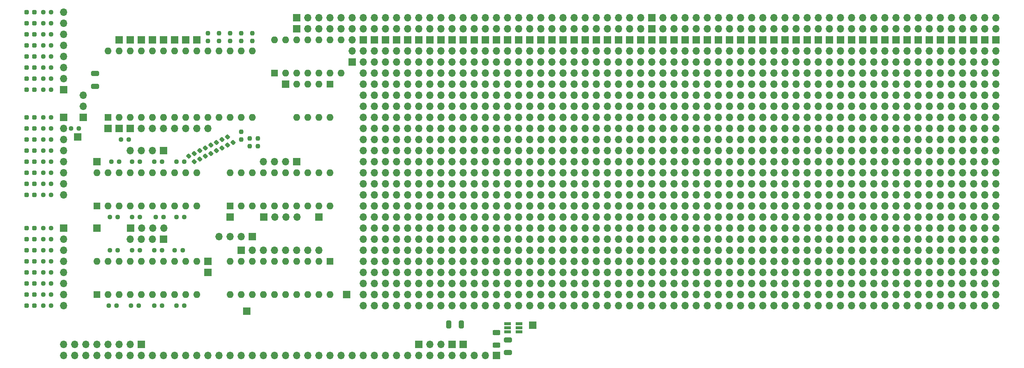
<source format=gbr>
%TF.GenerationSoftware,KiCad,Pcbnew,7.0.5*%
%TF.CreationDate,2024-08-12T05:07:02-04:00*%
%TF.ProjectId,smaller_card,736d616c-6c65-4725-9f63-6172642e6b69,rev?*%
%TF.SameCoordinates,Original*%
%TF.FileFunction,Soldermask,Top*%
%TF.FilePolarity,Negative*%
%FSLAX46Y46*%
G04 Gerber Fmt 4.6, Leading zero omitted, Abs format (unit mm)*
G04 Created by KiCad (PCBNEW 7.0.5) date 2024-08-12 05:07:02*
%MOMM*%
%LPD*%
G01*
G04 APERTURE LIST*
G04 Aperture macros list*
%AMRoundRect*
0 Rectangle with rounded corners*
0 $1 Rounding radius*
0 $2 $3 $4 $5 $6 $7 $8 $9 X,Y pos of 4 corners*
0 Add a 4 corners polygon primitive as box body*
4,1,4,$2,$3,$4,$5,$6,$7,$8,$9,$2,$3,0*
0 Add four circle primitives for the rounded corners*
1,1,$1+$1,$2,$3*
1,1,$1+$1,$4,$5*
1,1,$1+$1,$6,$7*
1,1,$1+$1,$8,$9*
0 Add four rect primitives between the rounded corners*
20,1,$1+$1,$2,$3,$4,$5,0*
20,1,$1+$1,$4,$5,$6,$7,0*
20,1,$1+$1,$6,$7,$8,$9,0*
20,1,$1+$1,$8,$9,$2,$3,0*%
G04 Aperture macros list end*
%ADD10R,1.700000X1.700000*%
%ADD11RoundRect,0.250000X-0.650000X0.325000X-0.650000X-0.325000X0.650000X-0.325000X0.650000X0.325000X0*%
%ADD12O,1.700000X1.700000*%
%ADD13R,1.600000X1.600000*%
%ADD14O,1.600000X1.600000*%
%ADD15RoundRect,0.237500X0.237500X-0.250000X0.237500X0.250000X-0.237500X0.250000X-0.237500X-0.250000X0*%
%ADD16RoundRect,0.237500X-0.237500X0.250000X-0.237500X-0.250000X0.237500X-0.250000X0.237500X0.250000X0*%
%ADD17RoundRect,0.237500X0.250000X0.237500X-0.250000X0.237500X-0.250000X-0.237500X0.250000X-0.237500X0*%
%ADD18RoundRect,0.237500X-0.250000X-0.237500X0.250000X-0.237500X0.250000X0.237500X-0.250000X0.237500X0*%
%ADD19RoundRect,0.237500X-0.344715X0.008839X0.008839X-0.344715X0.344715X-0.008839X-0.008839X0.344715X0*%
%ADD20RoundRect,0.237500X-0.287500X-0.237500X0.287500X-0.237500X0.287500X0.237500X-0.287500X0.237500X0*%
%ADD21R,1.560000X0.650000*%
%ADD22RoundRect,0.250000X0.625000X-0.312500X0.625000X0.312500X-0.625000X0.312500X-0.625000X-0.312500X0*%
%ADD23RoundRect,0.250000X0.325000X0.650000X-0.325000X0.650000X-0.325000X-0.650000X0.325000X-0.650000X0*%
G04 APERTURE END LIST*
D10*
%TO.C,J29*%
X188595000Y-132715000D03*
%TD*%
D11*
%TO.C,C2*%
X88478740Y-75028701D03*
X88478740Y-77978701D03*
%TD*%
D10*
%TO.C,J12*%
X85725000Y-85090000D03*
D12*
X85725000Y-82550000D03*
X85725000Y-80010000D03*
%TD*%
D10*
%TO.C,J18*%
X84455000Y-89535000D03*
%TD*%
D13*
%TO.C,U5*%
X129540000Y-74930000D03*
D14*
X132080000Y-74930000D03*
X134620000Y-74930000D03*
X137160000Y-74930000D03*
X139700000Y-74930000D03*
X142240000Y-74930000D03*
X144780000Y-74930000D03*
X144780000Y-67310000D03*
X142240000Y-67310000D03*
X139700000Y-67310000D03*
X137160000Y-67310000D03*
X134620000Y-67310000D03*
X132080000Y-67310000D03*
X129540000Y-67310000D03*
%TD*%
D10*
%TO.C,J42*%
X134620000Y-64770000D03*
D12*
X137160000Y-64770000D03*
X139700000Y-64770000D03*
X142240000Y-64770000D03*
X144780000Y-64770000D03*
X147320000Y-64770000D03*
X149860000Y-64770000D03*
X152400000Y-64770000D03*
X154940000Y-64770000D03*
X157480000Y-64770000D03*
X160020000Y-64770000D03*
X162560000Y-64770000D03*
X165100000Y-64770000D03*
X167640000Y-64770000D03*
X170180000Y-64770000D03*
X172720000Y-64770000D03*
X175260000Y-64770000D03*
X177800000Y-64770000D03*
X180340000Y-64770000D03*
X182880000Y-64770000D03*
X185420000Y-64770000D03*
X187960000Y-64770000D03*
X190500000Y-64770000D03*
X193040000Y-64770000D03*
X195580000Y-64770000D03*
X198120000Y-64770000D03*
X200660000Y-64770000D03*
X203200000Y-64770000D03*
X205740000Y-64770000D03*
X208280000Y-64770000D03*
X210820000Y-64770000D03*
X213360000Y-64770000D03*
%TD*%
D10*
%TO.C,J41*%
X134620000Y-62230000D03*
D12*
X137160000Y-62230000D03*
X139700000Y-62230000D03*
X142240000Y-62230000D03*
X144780000Y-62230000D03*
X147320000Y-62230000D03*
X149860000Y-62230000D03*
X152400000Y-62230000D03*
X154940000Y-62230000D03*
X157480000Y-62230000D03*
X160020000Y-62230000D03*
X162560000Y-62230000D03*
X165100000Y-62230000D03*
X167640000Y-62230000D03*
X170180000Y-62230000D03*
X172720000Y-62230000D03*
X175260000Y-62230000D03*
X177800000Y-62230000D03*
X180340000Y-62230000D03*
X182880000Y-62230000D03*
X185420000Y-62230000D03*
X187960000Y-62230000D03*
X190500000Y-62230000D03*
X193040000Y-62230000D03*
X195580000Y-62230000D03*
X198120000Y-62230000D03*
X200660000Y-62230000D03*
X203200000Y-62230000D03*
X205740000Y-62230000D03*
X208280000Y-62230000D03*
X210820000Y-62230000D03*
X213360000Y-62230000D03*
%TD*%
D10*
%TO.C,J40*%
X88900000Y-110490000D03*
%TD*%
%TO.C,J39*%
X88900000Y-95250000D03*
%TD*%
%TO.C,J38*%
X114300000Y-120650000D03*
%TD*%
%TO.C,J37*%
X114300000Y-118110000D03*
%TD*%
%TO.C,J36*%
X119380000Y-107950000D03*
%TD*%
%TO.C,J35*%
X139700000Y-107950000D03*
%TD*%
%TO.C,J34*%
X123190000Y-129540000D03*
%TD*%
%TO.C,J33*%
X146050000Y-125730000D03*
%TD*%
%TO.C,J32*%
X215900000Y-62230000D03*
D12*
X218440000Y-62230000D03*
X220980000Y-62230000D03*
X223520000Y-62230000D03*
X226060000Y-62230000D03*
X228600000Y-62230000D03*
X231140000Y-62230000D03*
X233680000Y-62230000D03*
X236220000Y-62230000D03*
X238760000Y-62230000D03*
X241300000Y-62230000D03*
X243840000Y-62230000D03*
X246380000Y-62230000D03*
X248920000Y-62230000D03*
X251460000Y-62230000D03*
X254000000Y-62230000D03*
X256540000Y-62230000D03*
X259080000Y-62230000D03*
X261620000Y-62230000D03*
X264160000Y-62230000D03*
X266700000Y-62230000D03*
X269240000Y-62230000D03*
X271780000Y-62230000D03*
X274320000Y-62230000D03*
X276860000Y-62230000D03*
X279400000Y-62230000D03*
X281940000Y-62230000D03*
X284480000Y-62230000D03*
X287020000Y-62230000D03*
X289560000Y-62230000D03*
X292100000Y-62230000D03*
X294640000Y-62230000D03*
%TD*%
D10*
%TO.C,J31*%
X215900000Y-64770000D03*
D12*
X218440000Y-64770000D03*
X220980000Y-64770000D03*
X223520000Y-64770000D03*
X226060000Y-64770000D03*
X228600000Y-64770000D03*
X231140000Y-64770000D03*
X233680000Y-64770000D03*
X236220000Y-64770000D03*
X238760000Y-64770000D03*
X241300000Y-64770000D03*
X243840000Y-64770000D03*
X246380000Y-64770000D03*
X248920000Y-64770000D03*
X251460000Y-64770000D03*
X254000000Y-64770000D03*
X256540000Y-64770000D03*
X259080000Y-64770000D03*
X261620000Y-64770000D03*
X264160000Y-64770000D03*
X266700000Y-64770000D03*
X269240000Y-64770000D03*
X271780000Y-64770000D03*
X274320000Y-64770000D03*
X276860000Y-64770000D03*
X279400000Y-64770000D03*
X281940000Y-64770000D03*
X284480000Y-64770000D03*
X287020000Y-64770000D03*
X289560000Y-64770000D03*
X292100000Y-64770000D03*
X294640000Y-64770000D03*
%TD*%
D10*
%TO.C,JCol1*%
X152400000Y-67315000D03*
D12*
X152400000Y-69855000D03*
X152400000Y-72395000D03*
X152400000Y-74935000D03*
X152400000Y-77475000D03*
X152400000Y-80015000D03*
X152400000Y-82555000D03*
X152400000Y-85095000D03*
X152400000Y-87635000D03*
X152400000Y-90175000D03*
X152400000Y-92715000D03*
X152400000Y-95255000D03*
X152400000Y-97795000D03*
X152400000Y-100335000D03*
X152400000Y-102875000D03*
X152400000Y-105415000D03*
X152400000Y-107955000D03*
X152400000Y-110495000D03*
X152400000Y-113035000D03*
X152400000Y-115575000D03*
X152400000Y-118115000D03*
X152400000Y-120655000D03*
X152400000Y-123195000D03*
X152400000Y-125735000D03*
X152400000Y-128275000D03*
%TD*%
D10*
%TO.C,CONNECTIONS1*%
X149860000Y-67310000D03*
D12*
X149860000Y-69850000D03*
X149860000Y-72390000D03*
X149860000Y-74930000D03*
X149860000Y-77470000D03*
X149860000Y-80010000D03*
X149860000Y-82550000D03*
X149860000Y-85090000D03*
X149860000Y-87630000D03*
X149860000Y-90170000D03*
X149860000Y-92710000D03*
X149860000Y-95250000D03*
X149860000Y-97790000D03*
X149860000Y-100330000D03*
X149860000Y-102870000D03*
X149860000Y-105410000D03*
X149860000Y-107950000D03*
X149860000Y-110490000D03*
X149860000Y-113030000D03*
X149860000Y-115570000D03*
X149860000Y-118110000D03*
X149860000Y-120650000D03*
X149860000Y-123190000D03*
X149860000Y-125730000D03*
X149860000Y-128270000D03*
%TD*%
D10*
%TO.C,3V3*%
X170180000Y-137160000D03*
%TD*%
%TO.C,RST*%
X172720000Y-137160000D03*
%TD*%
%TO.C,J28*%
X132080000Y-77470000D03*
%TD*%
D15*
%TO.C,r81*%
X125730000Y-91717500D03*
X125730000Y-89892500D03*
%TD*%
%TO.C,r80*%
X123825000Y-91717500D03*
X123825000Y-89892500D03*
%TD*%
%TO.C,r79*%
X121920000Y-88345000D03*
X121920000Y-90170000D03*
%TD*%
D10*
%TO.C,J27*%
X111760000Y-67310000D03*
%TD*%
%TO.C,J26*%
X106680000Y-67310000D03*
%TD*%
%TO.C,J16*%
X93980000Y-67310000D03*
%TD*%
%TO.C,J25*%
X91440000Y-87630000D03*
%TD*%
%TO.C,J24*%
X96520000Y-67310000D03*
%TD*%
%TO.C,J23*%
X93980000Y-87630000D03*
%TD*%
%TO.C,J22*%
X104140000Y-67310000D03*
%TD*%
%TO.C,J21*%
X109220000Y-67310000D03*
%TD*%
%TO.C,J20*%
X101600000Y-67310000D03*
%TD*%
%TO.C,J19*%
X99060000Y-67310000D03*
%TD*%
%TO.C,J17*%
X96520000Y-87630000D03*
D12*
X99060000Y-87630000D03*
X101600000Y-87630000D03*
X104140000Y-87630000D03*
X106680000Y-87630000D03*
X109220000Y-87630000D03*
X111760000Y-87630000D03*
X114300000Y-87630000D03*
%TD*%
D13*
%TO.C,U4*%
X91440000Y-85090000D03*
D14*
X93980000Y-85090000D03*
X96520000Y-85090000D03*
X99060000Y-85090000D03*
X101600000Y-85090000D03*
X104140000Y-85090000D03*
X106680000Y-85090000D03*
X109220000Y-85090000D03*
X111760000Y-85090000D03*
X114300000Y-85090000D03*
X116840000Y-85090000D03*
X119380000Y-85090000D03*
X121920000Y-85090000D03*
X124460000Y-85090000D03*
X124460000Y-69850000D03*
X121920000Y-69850000D03*
X119380000Y-69850000D03*
X116840000Y-69850000D03*
X114300000Y-69850000D03*
X111760000Y-69850000D03*
X109220000Y-69850000D03*
X106680000Y-69850000D03*
X104140000Y-69850000D03*
X101600000Y-69850000D03*
X99060000Y-69850000D03*
X96520000Y-69850000D03*
X93980000Y-69850000D03*
X91440000Y-69850000D03*
%TD*%
D16*
%TO.C,r78*%
X114300000Y-67587500D03*
X114300000Y-65762500D03*
%TD*%
%TO.C,r77*%
X116840000Y-65762500D03*
X116840000Y-67587500D03*
%TD*%
%TO.C,r76*%
X119380000Y-65762500D03*
X119380000Y-67587500D03*
%TD*%
%TO.C,r75*%
X121920000Y-65762500D03*
X121920000Y-67587500D03*
%TD*%
%TO.C,r74*%
X124460000Y-65762500D03*
X124460000Y-67587500D03*
%TD*%
D17*
%TO.C,r70*%
X84732500Y-87630000D03*
X82907500Y-87630000D03*
%TD*%
D18*
%TO.C,r68*%
X94337500Y-90170000D03*
X96162500Y-90170000D03*
%TD*%
D19*
%TO.C,r63*%
X109844765Y-93969765D03*
X111135235Y-95260235D03*
%TD*%
%TO.C,r62*%
X111114765Y-93334765D03*
X112405235Y-94625235D03*
%TD*%
%TO.C,r61*%
X113675235Y-93990235D03*
X112384765Y-92699765D03*
%TD*%
%TO.C,r60*%
X113654765Y-92064765D03*
X114945235Y-93355235D03*
%TD*%
%TO.C,r59*%
X114924765Y-91429765D03*
X116215235Y-92720235D03*
%TD*%
%TO.C,r58*%
X116194765Y-90794765D03*
X117485235Y-92085235D03*
%TD*%
%TO.C,r57*%
X117464765Y-90159765D03*
X118755235Y-91450235D03*
%TD*%
%TO.C,r56*%
X118734765Y-89524765D03*
X120025235Y-90815235D03*
%TD*%
D10*
%TO.C,J15*%
X81280000Y-78740000D03*
D12*
X81280000Y-76200000D03*
X81280000Y-73660000D03*
X81280000Y-71120000D03*
X81280000Y-68580000D03*
X81280000Y-66040000D03*
X81280000Y-63500000D03*
X81280000Y-60960000D03*
%TD*%
D10*
%TO.C,J14*%
X162560000Y-137160000D03*
D12*
X165100000Y-137160000D03*
X167640000Y-137160000D03*
%TD*%
D10*
%TO.C,J13*%
X147320000Y-72390000D03*
D12*
X147320000Y-69850000D03*
X147320000Y-67310000D03*
%TD*%
%TO.C,J11*%
X96520000Y-92710000D03*
X99060000Y-92710000D03*
X101600000Y-92710000D03*
D10*
X104140000Y-92710000D03*
%TD*%
%TO.C,J10*%
X96530000Y-110490000D03*
D12*
X99070000Y-110490000D03*
X101610000Y-110490000D03*
X104150000Y-110490000D03*
%TD*%
D10*
%TO.C,J9*%
X104140000Y-113030000D03*
D12*
X101600000Y-113030000D03*
X99060000Y-113030000D03*
X96520000Y-113030000D03*
%TD*%
D10*
%TO.C,J8*%
X124460000Y-112395000D03*
D12*
X121920000Y-112395000D03*
X119380000Y-112395000D03*
X116840000Y-112395000D03*
%TD*%
D10*
%TO.C,J7*%
X134610000Y-95250000D03*
D12*
X132070000Y-95250000D03*
X129530000Y-95250000D03*
X126990000Y-95250000D03*
%TD*%
D10*
%TO.C,J6*%
X127010000Y-107950000D03*
D12*
X129550000Y-107950000D03*
X132090000Y-107950000D03*
X134630000Y-107950000D03*
%TD*%
%TO.C,J5*%
X139700000Y-115570000D03*
X137160000Y-115570000D03*
X134620000Y-115570000D03*
X132080000Y-115570000D03*
X129540000Y-115570000D03*
X127000000Y-115570000D03*
X124460000Y-115570000D03*
D10*
X121920000Y-115570000D03*
%TD*%
%TO.C,JCol3*%
X160020000Y-67295000D03*
D12*
X160020000Y-69835000D03*
X160020000Y-72375000D03*
X160020000Y-74915000D03*
X160020000Y-77455000D03*
X160020000Y-79995000D03*
X160020000Y-82535000D03*
X160020000Y-85075000D03*
X160020000Y-87615000D03*
X160020000Y-90155000D03*
X160020000Y-92695000D03*
X160020000Y-95235000D03*
X160020000Y-97775000D03*
X160020000Y-100315000D03*
X160020000Y-102855000D03*
X160020000Y-105395000D03*
X160020000Y-107935000D03*
X160020000Y-110475000D03*
X160020000Y-113015000D03*
X160020000Y-115555000D03*
X160020000Y-118095000D03*
X160020000Y-120635000D03*
X160020000Y-123175000D03*
X160020000Y-125715000D03*
X160020000Y-128255000D03*
%TD*%
D10*
%TO.C,JCol2*%
X157480000Y-67295000D03*
D12*
X157480000Y-69835000D03*
X157480000Y-72375000D03*
X157480000Y-74915000D03*
X157480000Y-77455000D03*
X157480000Y-79995000D03*
X157480000Y-82535000D03*
X157480000Y-85075000D03*
X157480000Y-87615000D03*
X157480000Y-90155000D03*
X157480000Y-92695000D03*
X157480000Y-95235000D03*
X157480000Y-97775000D03*
X157480000Y-100315000D03*
X157480000Y-102855000D03*
X157480000Y-105395000D03*
X157480000Y-107935000D03*
X157480000Y-110475000D03*
X157480000Y-113015000D03*
X157480000Y-115555000D03*
X157480000Y-118095000D03*
X157480000Y-120635000D03*
X157480000Y-123175000D03*
X157480000Y-125715000D03*
X157480000Y-128255000D03*
%TD*%
D10*
%TO.C,JCol1*%
X154940000Y-67295000D03*
D12*
X154940000Y-69835000D03*
X154940000Y-72375000D03*
X154940000Y-74915000D03*
X154940000Y-77455000D03*
X154940000Y-79995000D03*
X154940000Y-82535000D03*
X154940000Y-85075000D03*
X154940000Y-87615000D03*
X154940000Y-90155000D03*
X154940000Y-92695000D03*
X154940000Y-95235000D03*
X154940000Y-97775000D03*
X154940000Y-100315000D03*
X154940000Y-102855000D03*
X154940000Y-105395000D03*
X154940000Y-107935000D03*
X154940000Y-110475000D03*
X154940000Y-113015000D03*
X154940000Y-115555000D03*
X154940000Y-118095000D03*
X154940000Y-120635000D03*
X154940000Y-123175000D03*
X154940000Y-125715000D03*
X154940000Y-128255000D03*
%TD*%
D10*
%TO.C,JCol3*%
X167640000Y-67300000D03*
D12*
X167640000Y-69840000D03*
X167640000Y-72380000D03*
X167640000Y-74920000D03*
X167640000Y-77460000D03*
X167640000Y-80000000D03*
X167640000Y-82540000D03*
X167640000Y-85080000D03*
X167640000Y-87620000D03*
X167640000Y-90160000D03*
X167640000Y-92700000D03*
X167640000Y-95240000D03*
X167640000Y-97780000D03*
X167640000Y-100320000D03*
X167640000Y-102860000D03*
X167640000Y-105400000D03*
X167640000Y-107940000D03*
X167640000Y-110480000D03*
X167640000Y-113020000D03*
X167640000Y-115560000D03*
X167640000Y-118100000D03*
X167640000Y-120640000D03*
X167640000Y-123180000D03*
X167640000Y-125720000D03*
X167640000Y-128260000D03*
%TD*%
D10*
%TO.C,JCol2*%
X165100000Y-67300000D03*
D12*
X165100000Y-69840000D03*
X165100000Y-72380000D03*
X165100000Y-74920000D03*
X165100000Y-77460000D03*
X165100000Y-80000000D03*
X165100000Y-82540000D03*
X165100000Y-85080000D03*
X165100000Y-87620000D03*
X165100000Y-90160000D03*
X165100000Y-92700000D03*
X165100000Y-95240000D03*
X165100000Y-97780000D03*
X165100000Y-100320000D03*
X165100000Y-102860000D03*
X165100000Y-105400000D03*
X165100000Y-107940000D03*
X165100000Y-110480000D03*
X165100000Y-113020000D03*
X165100000Y-115560000D03*
X165100000Y-118100000D03*
X165100000Y-120640000D03*
X165100000Y-123180000D03*
X165100000Y-125720000D03*
X165100000Y-128260000D03*
%TD*%
D10*
%TO.C,JCol1*%
X162560000Y-67300000D03*
D12*
X162560000Y-69840000D03*
X162560000Y-72380000D03*
X162560000Y-74920000D03*
X162560000Y-77460000D03*
X162560000Y-80000000D03*
X162560000Y-82540000D03*
X162560000Y-85080000D03*
X162560000Y-87620000D03*
X162560000Y-90160000D03*
X162560000Y-92700000D03*
X162560000Y-95240000D03*
X162560000Y-97780000D03*
X162560000Y-100320000D03*
X162560000Y-102860000D03*
X162560000Y-105400000D03*
X162560000Y-107940000D03*
X162560000Y-110480000D03*
X162560000Y-113020000D03*
X162560000Y-115560000D03*
X162560000Y-118100000D03*
X162560000Y-120640000D03*
X162560000Y-123180000D03*
X162560000Y-125720000D03*
X162560000Y-128260000D03*
%TD*%
D10*
%TO.C,JCol3*%
X175260000Y-67305000D03*
D12*
X175260000Y-69845000D03*
X175260000Y-72385000D03*
X175260000Y-74925000D03*
X175260000Y-77465000D03*
X175260000Y-80005000D03*
X175260000Y-82545000D03*
X175260000Y-85085000D03*
X175260000Y-87625000D03*
X175260000Y-90165000D03*
X175260000Y-92705000D03*
X175260000Y-95245000D03*
X175260000Y-97785000D03*
X175260000Y-100325000D03*
X175260000Y-102865000D03*
X175260000Y-105405000D03*
X175260000Y-107945000D03*
X175260000Y-110485000D03*
X175260000Y-113025000D03*
X175260000Y-115565000D03*
X175260000Y-118105000D03*
X175260000Y-120645000D03*
X175260000Y-123185000D03*
X175260000Y-125725000D03*
X175260000Y-128265000D03*
%TD*%
D10*
%TO.C,JCol2*%
X172720000Y-67305000D03*
D12*
X172720000Y-69845000D03*
X172720000Y-72385000D03*
X172720000Y-74925000D03*
X172720000Y-77465000D03*
X172720000Y-80005000D03*
X172720000Y-82545000D03*
X172720000Y-85085000D03*
X172720000Y-87625000D03*
X172720000Y-90165000D03*
X172720000Y-92705000D03*
X172720000Y-95245000D03*
X172720000Y-97785000D03*
X172720000Y-100325000D03*
X172720000Y-102865000D03*
X172720000Y-105405000D03*
X172720000Y-107945000D03*
X172720000Y-110485000D03*
X172720000Y-113025000D03*
X172720000Y-115565000D03*
X172720000Y-118105000D03*
X172720000Y-120645000D03*
X172720000Y-123185000D03*
X172720000Y-125725000D03*
X172720000Y-128265000D03*
%TD*%
D10*
%TO.C,JCol1*%
X170180000Y-67305000D03*
D12*
X170180000Y-69845000D03*
X170180000Y-72385000D03*
X170180000Y-74925000D03*
X170180000Y-77465000D03*
X170180000Y-80005000D03*
X170180000Y-82545000D03*
X170180000Y-85085000D03*
X170180000Y-87625000D03*
X170180000Y-90165000D03*
X170180000Y-92705000D03*
X170180000Y-95245000D03*
X170180000Y-97785000D03*
X170180000Y-100325000D03*
X170180000Y-102865000D03*
X170180000Y-105405000D03*
X170180000Y-107945000D03*
X170180000Y-110485000D03*
X170180000Y-113025000D03*
X170180000Y-115565000D03*
X170180000Y-118105000D03*
X170180000Y-120645000D03*
X170180000Y-123185000D03*
X170180000Y-125725000D03*
X170180000Y-128265000D03*
%TD*%
D10*
%TO.C,JCol16*%
X215900000Y-67310000D03*
D12*
X215900000Y-69850000D03*
X215900000Y-72390000D03*
X215900000Y-74930000D03*
X215900000Y-77470000D03*
X215900000Y-80010000D03*
X215900000Y-82550000D03*
X215900000Y-85090000D03*
X215900000Y-87630000D03*
X215900000Y-90170000D03*
X215900000Y-92710000D03*
X215900000Y-95250000D03*
X215900000Y-97790000D03*
X215900000Y-100330000D03*
X215900000Y-102870000D03*
X215900000Y-105410000D03*
X215900000Y-107950000D03*
X215900000Y-110490000D03*
X215900000Y-113030000D03*
X215900000Y-115570000D03*
X215900000Y-118110000D03*
X215900000Y-120650000D03*
X215900000Y-123190000D03*
X215900000Y-125730000D03*
X215900000Y-128270000D03*
%TD*%
D10*
%TO.C,JCol11*%
X203200000Y-67310000D03*
D12*
X203200000Y-69850000D03*
X203200000Y-72390000D03*
X203200000Y-74930000D03*
X203200000Y-77470000D03*
X203200000Y-80010000D03*
X203200000Y-82550000D03*
X203200000Y-85090000D03*
X203200000Y-87630000D03*
X203200000Y-90170000D03*
X203200000Y-92710000D03*
X203200000Y-95250000D03*
X203200000Y-97790000D03*
X203200000Y-100330000D03*
X203200000Y-102870000D03*
X203200000Y-105410000D03*
X203200000Y-107950000D03*
X203200000Y-110490000D03*
X203200000Y-113030000D03*
X203200000Y-115570000D03*
X203200000Y-118110000D03*
X203200000Y-120650000D03*
X203200000Y-123190000D03*
X203200000Y-125730000D03*
X203200000Y-128270000D03*
%TD*%
D10*
%TO.C,JCol10*%
X200660000Y-67310000D03*
D12*
X200660000Y-69850000D03*
X200660000Y-72390000D03*
X200660000Y-74930000D03*
X200660000Y-77470000D03*
X200660000Y-80010000D03*
X200660000Y-82550000D03*
X200660000Y-85090000D03*
X200660000Y-87630000D03*
X200660000Y-90170000D03*
X200660000Y-92710000D03*
X200660000Y-95250000D03*
X200660000Y-97790000D03*
X200660000Y-100330000D03*
X200660000Y-102870000D03*
X200660000Y-105410000D03*
X200660000Y-107950000D03*
X200660000Y-110490000D03*
X200660000Y-113030000D03*
X200660000Y-115570000D03*
X200660000Y-118110000D03*
X200660000Y-120650000D03*
X200660000Y-123190000D03*
X200660000Y-125730000D03*
X200660000Y-128270000D03*
%TD*%
D10*
%TO.C,JCol4*%
X185420000Y-67310000D03*
D12*
X185420000Y-69850000D03*
X185420000Y-72390000D03*
X185420000Y-74930000D03*
X185420000Y-77470000D03*
X185420000Y-80010000D03*
X185420000Y-82550000D03*
X185420000Y-85090000D03*
X185420000Y-87630000D03*
X185420000Y-90170000D03*
X185420000Y-92710000D03*
X185420000Y-95250000D03*
X185420000Y-97790000D03*
X185420000Y-100330000D03*
X185420000Y-102870000D03*
X185420000Y-105410000D03*
X185420000Y-107950000D03*
X185420000Y-110490000D03*
X185420000Y-113030000D03*
X185420000Y-115570000D03*
X185420000Y-118110000D03*
X185420000Y-120650000D03*
X185420000Y-123190000D03*
X185420000Y-125730000D03*
X185420000Y-128270000D03*
%TD*%
D10*
%TO.C,JCol3*%
X182880000Y-67310000D03*
D12*
X182880000Y-69850000D03*
X182880000Y-72390000D03*
X182880000Y-74930000D03*
X182880000Y-77470000D03*
X182880000Y-80010000D03*
X182880000Y-82550000D03*
X182880000Y-85090000D03*
X182880000Y-87630000D03*
X182880000Y-90170000D03*
X182880000Y-92710000D03*
X182880000Y-95250000D03*
X182880000Y-97790000D03*
X182880000Y-100330000D03*
X182880000Y-102870000D03*
X182880000Y-105410000D03*
X182880000Y-107950000D03*
X182880000Y-110490000D03*
X182880000Y-113030000D03*
X182880000Y-115570000D03*
X182880000Y-118110000D03*
X182880000Y-120650000D03*
X182880000Y-123190000D03*
X182880000Y-125730000D03*
X182880000Y-128270000D03*
%TD*%
D10*
%TO.C,JCol13*%
X208280000Y-67310000D03*
D12*
X208280000Y-69850000D03*
X208280000Y-72390000D03*
X208280000Y-74930000D03*
X208280000Y-77470000D03*
X208280000Y-80010000D03*
X208280000Y-82550000D03*
X208280000Y-85090000D03*
X208280000Y-87630000D03*
X208280000Y-90170000D03*
X208280000Y-92710000D03*
X208280000Y-95250000D03*
X208280000Y-97790000D03*
X208280000Y-100330000D03*
X208280000Y-102870000D03*
X208280000Y-105410000D03*
X208280000Y-107950000D03*
X208280000Y-110490000D03*
X208280000Y-113030000D03*
X208280000Y-115570000D03*
X208280000Y-118110000D03*
X208280000Y-120650000D03*
X208280000Y-123190000D03*
X208280000Y-125730000D03*
X208280000Y-128270000D03*
%TD*%
D10*
%TO.C,JCol7*%
X193040000Y-67310000D03*
D12*
X193040000Y-69850000D03*
X193040000Y-72390000D03*
X193040000Y-74930000D03*
X193040000Y-77470000D03*
X193040000Y-80010000D03*
X193040000Y-82550000D03*
X193040000Y-85090000D03*
X193040000Y-87630000D03*
X193040000Y-90170000D03*
X193040000Y-92710000D03*
X193040000Y-95250000D03*
X193040000Y-97790000D03*
X193040000Y-100330000D03*
X193040000Y-102870000D03*
X193040000Y-105410000D03*
X193040000Y-107950000D03*
X193040000Y-110490000D03*
X193040000Y-113030000D03*
X193040000Y-115570000D03*
X193040000Y-118110000D03*
X193040000Y-120650000D03*
X193040000Y-123190000D03*
X193040000Y-125730000D03*
X193040000Y-128270000D03*
%TD*%
D10*
%TO.C,JCol12*%
X205740000Y-67310000D03*
D12*
X205740000Y-69850000D03*
X205740000Y-72390000D03*
X205740000Y-74930000D03*
X205740000Y-77470000D03*
X205740000Y-80010000D03*
X205740000Y-82550000D03*
X205740000Y-85090000D03*
X205740000Y-87630000D03*
X205740000Y-90170000D03*
X205740000Y-92710000D03*
X205740000Y-95250000D03*
X205740000Y-97790000D03*
X205740000Y-100330000D03*
X205740000Y-102870000D03*
X205740000Y-105410000D03*
X205740000Y-107950000D03*
X205740000Y-110490000D03*
X205740000Y-113030000D03*
X205740000Y-115570000D03*
X205740000Y-118110000D03*
X205740000Y-120650000D03*
X205740000Y-123190000D03*
X205740000Y-125730000D03*
X205740000Y-128270000D03*
%TD*%
D10*
%TO.C,JCol5*%
X187960000Y-67310000D03*
D12*
X187960000Y-69850000D03*
X187960000Y-72390000D03*
X187960000Y-74930000D03*
X187960000Y-77470000D03*
X187960000Y-80010000D03*
X187960000Y-82550000D03*
X187960000Y-85090000D03*
X187960000Y-87630000D03*
X187960000Y-90170000D03*
X187960000Y-92710000D03*
X187960000Y-95250000D03*
X187960000Y-97790000D03*
X187960000Y-100330000D03*
X187960000Y-102870000D03*
X187960000Y-105410000D03*
X187960000Y-107950000D03*
X187960000Y-110490000D03*
X187960000Y-113030000D03*
X187960000Y-115570000D03*
X187960000Y-118110000D03*
X187960000Y-120650000D03*
X187960000Y-123190000D03*
X187960000Y-125730000D03*
X187960000Y-128270000D03*
%TD*%
D10*
%TO.C,JCol14*%
X210820000Y-67310000D03*
D12*
X210820000Y-69850000D03*
X210820000Y-72390000D03*
X210820000Y-74930000D03*
X210820000Y-77470000D03*
X210820000Y-80010000D03*
X210820000Y-82550000D03*
X210820000Y-85090000D03*
X210820000Y-87630000D03*
X210820000Y-90170000D03*
X210820000Y-92710000D03*
X210820000Y-95250000D03*
X210820000Y-97790000D03*
X210820000Y-100330000D03*
X210820000Y-102870000D03*
X210820000Y-105410000D03*
X210820000Y-107950000D03*
X210820000Y-110490000D03*
X210820000Y-113030000D03*
X210820000Y-115570000D03*
X210820000Y-118110000D03*
X210820000Y-120650000D03*
X210820000Y-123190000D03*
X210820000Y-125730000D03*
X210820000Y-128270000D03*
%TD*%
D10*
%TO.C,JCol15*%
X213360000Y-67310000D03*
D12*
X213360000Y-69850000D03*
X213360000Y-72390000D03*
X213360000Y-74930000D03*
X213360000Y-77470000D03*
X213360000Y-80010000D03*
X213360000Y-82550000D03*
X213360000Y-85090000D03*
X213360000Y-87630000D03*
X213360000Y-90170000D03*
X213360000Y-92710000D03*
X213360000Y-95250000D03*
X213360000Y-97790000D03*
X213360000Y-100330000D03*
X213360000Y-102870000D03*
X213360000Y-105410000D03*
X213360000Y-107950000D03*
X213360000Y-110490000D03*
X213360000Y-113030000D03*
X213360000Y-115570000D03*
X213360000Y-118110000D03*
X213360000Y-120650000D03*
X213360000Y-123190000D03*
X213360000Y-125730000D03*
X213360000Y-128270000D03*
%TD*%
D10*
%TO.C,JCol8*%
X195580000Y-67310000D03*
D12*
X195580000Y-69850000D03*
X195580000Y-72390000D03*
X195580000Y-74930000D03*
X195580000Y-77470000D03*
X195580000Y-80010000D03*
X195580000Y-82550000D03*
X195580000Y-85090000D03*
X195580000Y-87630000D03*
X195580000Y-90170000D03*
X195580000Y-92710000D03*
X195580000Y-95250000D03*
X195580000Y-97790000D03*
X195580000Y-100330000D03*
X195580000Y-102870000D03*
X195580000Y-105410000D03*
X195580000Y-107950000D03*
X195580000Y-110490000D03*
X195580000Y-113030000D03*
X195580000Y-115570000D03*
X195580000Y-118110000D03*
X195580000Y-120650000D03*
X195580000Y-123190000D03*
X195580000Y-125730000D03*
X195580000Y-128270000D03*
%TD*%
D10*
%TO.C,JCol1*%
X177800000Y-67310000D03*
D12*
X177800000Y-69850000D03*
X177800000Y-72390000D03*
X177800000Y-74930000D03*
X177800000Y-77470000D03*
X177800000Y-80010000D03*
X177800000Y-82550000D03*
X177800000Y-85090000D03*
X177800000Y-87630000D03*
X177800000Y-90170000D03*
X177800000Y-92710000D03*
X177800000Y-95250000D03*
X177800000Y-97790000D03*
X177800000Y-100330000D03*
X177800000Y-102870000D03*
X177800000Y-105410000D03*
X177800000Y-107950000D03*
X177800000Y-110490000D03*
X177800000Y-113030000D03*
X177800000Y-115570000D03*
X177800000Y-118110000D03*
X177800000Y-120650000D03*
X177800000Y-123190000D03*
X177800000Y-125730000D03*
X177800000Y-128270000D03*
%TD*%
D10*
%TO.C,JCol2*%
X180340000Y-67310000D03*
D12*
X180340000Y-69850000D03*
X180340000Y-72390000D03*
X180340000Y-74930000D03*
X180340000Y-77470000D03*
X180340000Y-80010000D03*
X180340000Y-82550000D03*
X180340000Y-85090000D03*
X180340000Y-87630000D03*
X180340000Y-90170000D03*
X180340000Y-92710000D03*
X180340000Y-95250000D03*
X180340000Y-97790000D03*
X180340000Y-100330000D03*
X180340000Y-102870000D03*
X180340000Y-105410000D03*
X180340000Y-107950000D03*
X180340000Y-110490000D03*
X180340000Y-113030000D03*
X180340000Y-115570000D03*
X180340000Y-118110000D03*
X180340000Y-120650000D03*
X180340000Y-123190000D03*
X180340000Y-125730000D03*
X180340000Y-128270000D03*
%TD*%
D10*
%TO.C,JCol9*%
X198120000Y-67310000D03*
D12*
X198120000Y-69850000D03*
X198120000Y-72390000D03*
X198120000Y-74930000D03*
X198120000Y-77470000D03*
X198120000Y-80010000D03*
X198120000Y-82550000D03*
X198120000Y-85090000D03*
X198120000Y-87630000D03*
X198120000Y-90170000D03*
X198120000Y-92710000D03*
X198120000Y-95250000D03*
X198120000Y-97790000D03*
X198120000Y-100330000D03*
X198120000Y-102870000D03*
X198120000Y-105410000D03*
X198120000Y-107950000D03*
X198120000Y-110490000D03*
X198120000Y-113030000D03*
X198120000Y-115570000D03*
X198120000Y-118110000D03*
X198120000Y-120650000D03*
X198120000Y-123190000D03*
X198120000Y-125730000D03*
X198120000Y-128270000D03*
%TD*%
D10*
%TO.C,JCol6*%
X190500000Y-67310000D03*
D12*
X190500000Y-69850000D03*
X190500000Y-72390000D03*
X190500000Y-74930000D03*
X190500000Y-77470000D03*
X190500000Y-80010000D03*
X190500000Y-82550000D03*
X190500000Y-85090000D03*
X190500000Y-87630000D03*
X190500000Y-90170000D03*
X190500000Y-92710000D03*
X190500000Y-95250000D03*
X190500000Y-97790000D03*
X190500000Y-100330000D03*
X190500000Y-102870000D03*
X190500000Y-105410000D03*
X190500000Y-107950000D03*
X190500000Y-110490000D03*
X190500000Y-113030000D03*
X190500000Y-115570000D03*
X190500000Y-118110000D03*
X190500000Y-120650000D03*
X190500000Y-123190000D03*
X190500000Y-125730000D03*
X190500000Y-128270000D03*
%TD*%
D10*
%TO.C,J4*%
X81280000Y-110490000D03*
D12*
X81280000Y-113030000D03*
X81280000Y-115570000D03*
X81280000Y-118110000D03*
X81280000Y-120650000D03*
X81280000Y-123190000D03*
X81280000Y-125730000D03*
X81280000Y-128270000D03*
%TD*%
%TO.C,J3*%
X81280000Y-102870000D03*
X81280000Y-100330000D03*
X81280000Y-97790000D03*
X81280000Y-95250000D03*
X81280000Y-92710000D03*
X81280000Y-90170000D03*
X81280000Y-87630000D03*
D10*
X81280000Y-85090000D03*
%TD*%
%TO.C,J2*%
X99060000Y-137160000D03*
D12*
X96520000Y-137160000D03*
X93980000Y-137160000D03*
X91440000Y-137160000D03*
X88900000Y-137160000D03*
X86360000Y-137160000D03*
X83820000Y-137160000D03*
X81280000Y-137160000D03*
%TD*%
D10*
%TO.C,JCol32*%
X294640000Y-67310000D03*
D12*
X294640000Y-69850000D03*
X294640000Y-72390000D03*
X294640000Y-74930000D03*
X294640000Y-77470000D03*
X294640000Y-80010000D03*
X294640000Y-82550000D03*
X294640000Y-85090000D03*
X294640000Y-87630000D03*
X294640000Y-90170000D03*
X294640000Y-92710000D03*
X294640000Y-95250000D03*
X294640000Y-97790000D03*
X294640000Y-100330000D03*
X294640000Y-102870000D03*
X294640000Y-105410000D03*
X294640000Y-107950000D03*
X294640000Y-110490000D03*
X294640000Y-113030000D03*
X294640000Y-115570000D03*
X294640000Y-118110000D03*
X294640000Y-120650000D03*
X294640000Y-123190000D03*
X294640000Y-125730000D03*
X294640000Y-128270000D03*
%TD*%
D10*
%TO.C,JCol31*%
X292100000Y-67310000D03*
D12*
X292100000Y-69850000D03*
X292100000Y-72390000D03*
X292100000Y-74930000D03*
X292100000Y-77470000D03*
X292100000Y-80010000D03*
X292100000Y-82550000D03*
X292100000Y-85090000D03*
X292100000Y-87630000D03*
X292100000Y-90170000D03*
X292100000Y-92710000D03*
X292100000Y-95250000D03*
X292100000Y-97790000D03*
X292100000Y-100330000D03*
X292100000Y-102870000D03*
X292100000Y-105410000D03*
X292100000Y-107950000D03*
X292100000Y-110490000D03*
X292100000Y-113030000D03*
X292100000Y-115570000D03*
X292100000Y-118110000D03*
X292100000Y-120650000D03*
X292100000Y-123190000D03*
X292100000Y-125730000D03*
X292100000Y-128270000D03*
%TD*%
D10*
%TO.C,JCol30*%
X289560000Y-67310000D03*
D12*
X289560000Y-69850000D03*
X289560000Y-72390000D03*
X289560000Y-74930000D03*
X289560000Y-77470000D03*
X289560000Y-80010000D03*
X289560000Y-82550000D03*
X289560000Y-85090000D03*
X289560000Y-87630000D03*
X289560000Y-90170000D03*
X289560000Y-92710000D03*
X289560000Y-95250000D03*
X289560000Y-97790000D03*
X289560000Y-100330000D03*
X289560000Y-102870000D03*
X289560000Y-105410000D03*
X289560000Y-107950000D03*
X289560000Y-110490000D03*
X289560000Y-113030000D03*
X289560000Y-115570000D03*
X289560000Y-118110000D03*
X289560000Y-120650000D03*
X289560000Y-123190000D03*
X289560000Y-125730000D03*
X289560000Y-128270000D03*
%TD*%
D10*
%TO.C,JCol29*%
X287020000Y-67310000D03*
D12*
X287020000Y-69850000D03*
X287020000Y-72390000D03*
X287020000Y-74930000D03*
X287020000Y-77470000D03*
X287020000Y-80010000D03*
X287020000Y-82550000D03*
X287020000Y-85090000D03*
X287020000Y-87630000D03*
X287020000Y-90170000D03*
X287020000Y-92710000D03*
X287020000Y-95250000D03*
X287020000Y-97790000D03*
X287020000Y-100330000D03*
X287020000Y-102870000D03*
X287020000Y-105410000D03*
X287020000Y-107950000D03*
X287020000Y-110490000D03*
X287020000Y-113030000D03*
X287020000Y-115570000D03*
X287020000Y-118110000D03*
X287020000Y-120650000D03*
X287020000Y-123190000D03*
X287020000Y-125730000D03*
X287020000Y-128270000D03*
%TD*%
D10*
%TO.C,JCol28*%
X284480000Y-67310000D03*
D12*
X284480000Y-69850000D03*
X284480000Y-72390000D03*
X284480000Y-74930000D03*
X284480000Y-77470000D03*
X284480000Y-80010000D03*
X284480000Y-82550000D03*
X284480000Y-85090000D03*
X284480000Y-87630000D03*
X284480000Y-90170000D03*
X284480000Y-92710000D03*
X284480000Y-95250000D03*
X284480000Y-97790000D03*
X284480000Y-100330000D03*
X284480000Y-102870000D03*
X284480000Y-105410000D03*
X284480000Y-107950000D03*
X284480000Y-110490000D03*
X284480000Y-113030000D03*
X284480000Y-115570000D03*
X284480000Y-118110000D03*
X284480000Y-120650000D03*
X284480000Y-123190000D03*
X284480000Y-125730000D03*
X284480000Y-128270000D03*
%TD*%
D10*
%TO.C,JCol27*%
X281940000Y-67310000D03*
D12*
X281940000Y-69850000D03*
X281940000Y-72390000D03*
X281940000Y-74930000D03*
X281940000Y-77470000D03*
X281940000Y-80010000D03*
X281940000Y-82550000D03*
X281940000Y-85090000D03*
X281940000Y-87630000D03*
X281940000Y-90170000D03*
X281940000Y-92710000D03*
X281940000Y-95250000D03*
X281940000Y-97790000D03*
X281940000Y-100330000D03*
X281940000Y-102870000D03*
X281940000Y-105410000D03*
X281940000Y-107950000D03*
X281940000Y-110490000D03*
X281940000Y-113030000D03*
X281940000Y-115570000D03*
X281940000Y-118110000D03*
X281940000Y-120650000D03*
X281940000Y-123190000D03*
X281940000Y-125730000D03*
X281940000Y-128270000D03*
%TD*%
D10*
%TO.C,JCol26*%
X279400000Y-67310000D03*
D12*
X279400000Y-69850000D03*
X279400000Y-72390000D03*
X279400000Y-74930000D03*
X279400000Y-77470000D03*
X279400000Y-80010000D03*
X279400000Y-82550000D03*
X279400000Y-85090000D03*
X279400000Y-87630000D03*
X279400000Y-90170000D03*
X279400000Y-92710000D03*
X279400000Y-95250000D03*
X279400000Y-97790000D03*
X279400000Y-100330000D03*
X279400000Y-102870000D03*
X279400000Y-105410000D03*
X279400000Y-107950000D03*
X279400000Y-110490000D03*
X279400000Y-113030000D03*
X279400000Y-115570000D03*
X279400000Y-118110000D03*
X279400000Y-120650000D03*
X279400000Y-123190000D03*
X279400000Y-125730000D03*
X279400000Y-128270000D03*
%TD*%
D10*
%TO.C,JCol25*%
X276860000Y-67310000D03*
D12*
X276860000Y-69850000D03*
X276860000Y-72390000D03*
X276860000Y-74930000D03*
X276860000Y-77470000D03*
X276860000Y-80010000D03*
X276860000Y-82550000D03*
X276860000Y-85090000D03*
X276860000Y-87630000D03*
X276860000Y-90170000D03*
X276860000Y-92710000D03*
X276860000Y-95250000D03*
X276860000Y-97790000D03*
X276860000Y-100330000D03*
X276860000Y-102870000D03*
X276860000Y-105410000D03*
X276860000Y-107950000D03*
X276860000Y-110490000D03*
X276860000Y-113030000D03*
X276860000Y-115570000D03*
X276860000Y-118110000D03*
X276860000Y-120650000D03*
X276860000Y-123190000D03*
X276860000Y-125730000D03*
X276860000Y-128270000D03*
%TD*%
D10*
%TO.C,JCol24*%
X274320000Y-67310000D03*
D12*
X274320000Y-69850000D03*
X274320000Y-72390000D03*
X274320000Y-74930000D03*
X274320000Y-77470000D03*
X274320000Y-80010000D03*
X274320000Y-82550000D03*
X274320000Y-85090000D03*
X274320000Y-87630000D03*
X274320000Y-90170000D03*
X274320000Y-92710000D03*
X274320000Y-95250000D03*
X274320000Y-97790000D03*
X274320000Y-100330000D03*
X274320000Y-102870000D03*
X274320000Y-105410000D03*
X274320000Y-107950000D03*
X274320000Y-110490000D03*
X274320000Y-113030000D03*
X274320000Y-115570000D03*
X274320000Y-118110000D03*
X274320000Y-120650000D03*
X274320000Y-123190000D03*
X274320000Y-125730000D03*
X274320000Y-128270000D03*
%TD*%
D10*
%TO.C,JCol23*%
X271780000Y-67310000D03*
D12*
X271780000Y-69850000D03*
X271780000Y-72390000D03*
X271780000Y-74930000D03*
X271780000Y-77470000D03*
X271780000Y-80010000D03*
X271780000Y-82550000D03*
X271780000Y-85090000D03*
X271780000Y-87630000D03*
X271780000Y-90170000D03*
X271780000Y-92710000D03*
X271780000Y-95250000D03*
X271780000Y-97790000D03*
X271780000Y-100330000D03*
X271780000Y-102870000D03*
X271780000Y-105410000D03*
X271780000Y-107950000D03*
X271780000Y-110490000D03*
X271780000Y-113030000D03*
X271780000Y-115570000D03*
X271780000Y-118110000D03*
X271780000Y-120650000D03*
X271780000Y-123190000D03*
X271780000Y-125730000D03*
X271780000Y-128270000D03*
%TD*%
D10*
%TO.C,JCol22*%
X269240000Y-67310000D03*
D12*
X269240000Y-69850000D03*
X269240000Y-72390000D03*
X269240000Y-74930000D03*
X269240000Y-77470000D03*
X269240000Y-80010000D03*
X269240000Y-82550000D03*
X269240000Y-85090000D03*
X269240000Y-87630000D03*
X269240000Y-90170000D03*
X269240000Y-92710000D03*
X269240000Y-95250000D03*
X269240000Y-97790000D03*
X269240000Y-100330000D03*
X269240000Y-102870000D03*
X269240000Y-105410000D03*
X269240000Y-107950000D03*
X269240000Y-110490000D03*
X269240000Y-113030000D03*
X269240000Y-115570000D03*
X269240000Y-118110000D03*
X269240000Y-120650000D03*
X269240000Y-123190000D03*
X269240000Y-125730000D03*
X269240000Y-128270000D03*
%TD*%
D10*
%TO.C,JCol21*%
X266700000Y-67310000D03*
D12*
X266700000Y-69850000D03*
X266700000Y-72390000D03*
X266700000Y-74930000D03*
X266700000Y-77470000D03*
X266700000Y-80010000D03*
X266700000Y-82550000D03*
X266700000Y-85090000D03*
X266700000Y-87630000D03*
X266700000Y-90170000D03*
X266700000Y-92710000D03*
X266700000Y-95250000D03*
X266700000Y-97790000D03*
X266700000Y-100330000D03*
X266700000Y-102870000D03*
X266700000Y-105410000D03*
X266700000Y-107950000D03*
X266700000Y-110490000D03*
X266700000Y-113030000D03*
X266700000Y-115570000D03*
X266700000Y-118110000D03*
X266700000Y-120650000D03*
X266700000Y-123190000D03*
X266700000Y-125730000D03*
X266700000Y-128270000D03*
%TD*%
D10*
%TO.C,JCol20*%
X264160000Y-67310000D03*
D12*
X264160000Y-69850000D03*
X264160000Y-72390000D03*
X264160000Y-74930000D03*
X264160000Y-77470000D03*
X264160000Y-80010000D03*
X264160000Y-82550000D03*
X264160000Y-85090000D03*
X264160000Y-87630000D03*
X264160000Y-90170000D03*
X264160000Y-92710000D03*
X264160000Y-95250000D03*
X264160000Y-97790000D03*
X264160000Y-100330000D03*
X264160000Y-102870000D03*
X264160000Y-105410000D03*
X264160000Y-107950000D03*
X264160000Y-110490000D03*
X264160000Y-113030000D03*
X264160000Y-115570000D03*
X264160000Y-118110000D03*
X264160000Y-120650000D03*
X264160000Y-123190000D03*
X264160000Y-125730000D03*
X264160000Y-128270000D03*
%TD*%
D10*
%TO.C,JCol19*%
X261620000Y-67310000D03*
D12*
X261620000Y-69850000D03*
X261620000Y-72390000D03*
X261620000Y-74930000D03*
X261620000Y-77470000D03*
X261620000Y-80010000D03*
X261620000Y-82550000D03*
X261620000Y-85090000D03*
X261620000Y-87630000D03*
X261620000Y-90170000D03*
X261620000Y-92710000D03*
X261620000Y-95250000D03*
X261620000Y-97790000D03*
X261620000Y-100330000D03*
X261620000Y-102870000D03*
X261620000Y-105410000D03*
X261620000Y-107950000D03*
X261620000Y-110490000D03*
X261620000Y-113030000D03*
X261620000Y-115570000D03*
X261620000Y-118110000D03*
X261620000Y-120650000D03*
X261620000Y-123190000D03*
X261620000Y-125730000D03*
X261620000Y-128270000D03*
%TD*%
D10*
%TO.C,JCol18*%
X259080000Y-67310000D03*
D12*
X259080000Y-69850000D03*
X259080000Y-72390000D03*
X259080000Y-74930000D03*
X259080000Y-77470000D03*
X259080000Y-80010000D03*
X259080000Y-82550000D03*
X259080000Y-85090000D03*
X259080000Y-87630000D03*
X259080000Y-90170000D03*
X259080000Y-92710000D03*
X259080000Y-95250000D03*
X259080000Y-97790000D03*
X259080000Y-100330000D03*
X259080000Y-102870000D03*
X259080000Y-105410000D03*
X259080000Y-107950000D03*
X259080000Y-110490000D03*
X259080000Y-113030000D03*
X259080000Y-115570000D03*
X259080000Y-118110000D03*
X259080000Y-120650000D03*
X259080000Y-123190000D03*
X259080000Y-125730000D03*
X259080000Y-128270000D03*
%TD*%
D10*
%TO.C,JCol17*%
X256540000Y-67310000D03*
D12*
X256540000Y-69850000D03*
X256540000Y-72390000D03*
X256540000Y-74930000D03*
X256540000Y-77470000D03*
X256540000Y-80010000D03*
X256540000Y-82550000D03*
X256540000Y-85090000D03*
X256540000Y-87630000D03*
X256540000Y-90170000D03*
X256540000Y-92710000D03*
X256540000Y-95250000D03*
X256540000Y-97790000D03*
X256540000Y-100330000D03*
X256540000Y-102870000D03*
X256540000Y-105410000D03*
X256540000Y-107950000D03*
X256540000Y-110490000D03*
X256540000Y-113030000D03*
X256540000Y-115570000D03*
X256540000Y-118110000D03*
X256540000Y-120650000D03*
X256540000Y-123190000D03*
X256540000Y-125730000D03*
X256540000Y-128270000D03*
%TD*%
D10*
%TO.C,JCol16*%
X254000000Y-67310000D03*
D12*
X254000000Y-69850000D03*
X254000000Y-72390000D03*
X254000000Y-74930000D03*
X254000000Y-77470000D03*
X254000000Y-80010000D03*
X254000000Y-82550000D03*
X254000000Y-85090000D03*
X254000000Y-87630000D03*
X254000000Y-90170000D03*
X254000000Y-92710000D03*
X254000000Y-95250000D03*
X254000000Y-97790000D03*
X254000000Y-100330000D03*
X254000000Y-102870000D03*
X254000000Y-105410000D03*
X254000000Y-107950000D03*
X254000000Y-110490000D03*
X254000000Y-113030000D03*
X254000000Y-115570000D03*
X254000000Y-118110000D03*
X254000000Y-120650000D03*
X254000000Y-123190000D03*
X254000000Y-125730000D03*
X254000000Y-128270000D03*
%TD*%
D10*
%TO.C,JCol15*%
X251460000Y-67310000D03*
D12*
X251460000Y-69850000D03*
X251460000Y-72390000D03*
X251460000Y-74930000D03*
X251460000Y-77470000D03*
X251460000Y-80010000D03*
X251460000Y-82550000D03*
X251460000Y-85090000D03*
X251460000Y-87630000D03*
X251460000Y-90170000D03*
X251460000Y-92710000D03*
X251460000Y-95250000D03*
X251460000Y-97790000D03*
X251460000Y-100330000D03*
X251460000Y-102870000D03*
X251460000Y-105410000D03*
X251460000Y-107950000D03*
X251460000Y-110490000D03*
X251460000Y-113030000D03*
X251460000Y-115570000D03*
X251460000Y-118110000D03*
X251460000Y-120650000D03*
X251460000Y-123190000D03*
X251460000Y-125730000D03*
X251460000Y-128270000D03*
%TD*%
D10*
%TO.C,JCol14*%
X248920000Y-67310000D03*
D12*
X248920000Y-69850000D03*
X248920000Y-72390000D03*
X248920000Y-74930000D03*
X248920000Y-77470000D03*
X248920000Y-80010000D03*
X248920000Y-82550000D03*
X248920000Y-85090000D03*
X248920000Y-87630000D03*
X248920000Y-90170000D03*
X248920000Y-92710000D03*
X248920000Y-95250000D03*
X248920000Y-97790000D03*
X248920000Y-100330000D03*
X248920000Y-102870000D03*
X248920000Y-105410000D03*
X248920000Y-107950000D03*
X248920000Y-110490000D03*
X248920000Y-113030000D03*
X248920000Y-115570000D03*
X248920000Y-118110000D03*
X248920000Y-120650000D03*
X248920000Y-123190000D03*
X248920000Y-125730000D03*
X248920000Y-128270000D03*
%TD*%
D10*
%TO.C,JCol13*%
X246380000Y-67310000D03*
D12*
X246380000Y-69850000D03*
X246380000Y-72390000D03*
X246380000Y-74930000D03*
X246380000Y-77470000D03*
X246380000Y-80010000D03*
X246380000Y-82550000D03*
X246380000Y-85090000D03*
X246380000Y-87630000D03*
X246380000Y-90170000D03*
X246380000Y-92710000D03*
X246380000Y-95250000D03*
X246380000Y-97790000D03*
X246380000Y-100330000D03*
X246380000Y-102870000D03*
X246380000Y-105410000D03*
X246380000Y-107950000D03*
X246380000Y-110490000D03*
X246380000Y-113030000D03*
X246380000Y-115570000D03*
X246380000Y-118110000D03*
X246380000Y-120650000D03*
X246380000Y-123190000D03*
X246380000Y-125730000D03*
X246380000Y-128270000D03*
%TD*%
D10*
%TO.C,JCol12*%
X243840000Y-67310000D03*
D12*
X243840000Y-69850000D03*
X243840000Y-72390000D03*
X243840000Y-74930000D03*
X243840000Y-77470000D03*
X243840000Y-80010000D03*
X243840000Y-82550000D03*
X243840000Y-85090000D03*
X243840000Y-87630000D03*
X243840000Y-90170000D03*
X243840000Y-92710000D03*
X243840000Y-95250000D03*
X243840000Y-97790000D03*
X243840000Y-100330000D03*
X243840000Y-102870000D03*
X243840000Y-105410000D03*
X243840000Y-107950000D03*
X243840000Y-110490000D03*
X243840000Y-113030000D03*
X243840000Y-115570000D03*
X243840000Y-118110000D03*
X243840000Y-120650000D03*
X243840000Y-123190000D03*
X243840000Y-125730000D03*
X243840000Y-128270000D03*
%TD*%
D10*
%TO.C,JCol11*%
X241300000Y-67310000D03*
D12*
X241300000Y-69850000D03*
X241300000Y-72390000D03*
X241300000Y-74930000D03*
X241300000Y-77470000D03*
X241300000Y-80010000D03*
X241300000Y-82550000D03*
X241300000Y-85090000D03*
X241300000Y-87630000D03*
X241300000Y-90170000D03*
X241300000Y-92710000D03*
X241300000Y-95250000D03*
X241300000Y-97790000D03*
X241300000Y-100330000D03*
X241300000Y-102870000D03*
X241300000Y-105410000D03*
X241300000Y-107950000D03*
X241300000Y-110490000D03*
X241300000Y-113030000D03*
X241300000Y-115570000D03*
X241300000Y-118110000D03*
X241300000Y-120650000D03*
X241300000Y-123190000D03*
X241300000Y-125730000D03*
X241300000Y-128270000D03*
%TD*%
D10*
%TO.C,JCol10*%
X238760000Y-67310000D03*
D12*
X238760000Y-69850000D03*
X238760000Y-72390000D03*
X238760000Y-74930000D03*
X238760000Y-77470000D03*
X238760000Y-80010000D03*
X238760000Y-82550000D03*
X238760000Y-85090000D03*
X238760000Y-87630000D03*
X238760000Y-90170000D03*
X238760000Y-92710000D03*
X238760000Y-95250000D03*
X238760000Y-97790000D03*
X238760000Y-100330000D03*
X238760000Y-102870000D03*
X238760000Y-105410000D03*
X238760000Y-107950000D03*
X238760000Y-110490000D03*
X238760000Y-113030000D03*
X238760000Y-115570000D03*
X238760000Y-118110000D03*
X238760000Y-120650000D03*
X238760000Y-123190000D03*
X238760000Y-125730000D03*
X238760000Y-128270000D03*
%TD*%
D10*
%TO.C,JCol9*%
X236220000Y-67310000D03*
D12*
X236220000Y-69850000D03*
X236220000Y-72390000D03*
X236220000Y-74930000D03*
X236220000Y-77470000D03*
X236220000Y-80010000D03*
X236220000Y-82550000D03*
X236220000Y-85090000D03*
X236220000Y-87630000D03*
X236220000Y-90170000D03*
X236220000Y-92710000D03*
X236220000Y-95250000D03*
X236220000Y-97790000D03*
X236220000Y-100330000D03*
X236220000Y-102870000D03*
X236220000Y-105410000D03*
X236220000Y-107950000D03*
X236220000Y-110490000D03*
X236220000Y-113030000D03*
X236220000Y-115570000D03*
X236220000Y-118110000D03*
X236220000Y-120650000D03*
X236220000Y-123190000D03*
X236220000Y-125730000D03*
X236220000Y-128270000D03*
%TD*%
D10*
%TO.C,JCol8*%
X233680000Y-67310000D03*
D12*
X233680000Y-69850000D03*
X233680000Y-72390000D03*
X233680000Y-74930000D03*
X233680000Y-77470000D03*
X233680000Y-80010000D03*
X233680000Y-82550000D03*
X233680000Y-85090000D03*
X233680000Y-87630000D03*
X233680000Y-90170000D03*
X233680000Y-92710000D03*
X233680000Y-95250000D03*
X233680000Y-97790000D03*
X233680000Y-100330000D03*
X233680000Y-102870000D03*
X233680000Y-105410000D03*
X233680000Y-107950000D03*
X233680000Y-110490000D03*
X233680000Y-113030000D03*
X233680000Y-115570000D03*
X233680000Y-118110000D03*
X233680000Y-120650000D03*
X233680000Y-123190000D03*
X233680000Y-125730000D03*
X233680000Y-128270000D03*
%TD*%
D10*
%TO.C,JCol7*%
X231140000Y-67310000D03*
D12*
X231140000Y-69850000D03*
X231140000Y-72390000D03*
X231140000Y-74930000D03*
X231140000Y-77470000D03*
X231140000Y-80010000D03*
X231140000Y-82550000D03*
X231140000Y-85090000D03*
X231140000Y-87630000D03*
X231140000Y-90170000D03*
X231140000Y-92710000D03*
X231140000Y-95250000D03*
X231140000Y-97790000D03*
X231140000Y-100330000D03*
X231140000Y-102870000D03*
X231140000Y-105410000D03*
X231140000Y-107950000D03*
X231140000Y-110490000D03*
X231140000Y-113030000D03*
X231140000Y-115570000D03*
X231140000Y-118110000D03*
X231140000Y-120650000D03*
X231140000Y-123190000D03*
X231140000Y-125730000D03*
X231140000Y-128270000D03*
%TD*%
D10*
%TO.C,JCol6*%
X228600000Y-67310000D03*
D12*
X228600000Y-69850000D03*
X228600000Y-72390000D03*
X228600000Y-74930000D03*
X228600000Y-77470000D03*
X228600000Y-80010000D03*
X228600000Y-82550000D03*
X228600000Y-85090000D03*
X228600000Y-87630000D03*
X228600000Y-90170000D03*
X228600000Y-92710000D03*
X228600000Y-95250000D03*
X228600000Y-97790000D03*
X228600000Y-100330000D03*
X228600000Y-102870000D03*
X228600000Y-105410000D03*
X228600000Y-107950000D03*
X228600000Y-110490000D03*
X228600000Y-113030000D03*
X228600000Y-115570000D03*
X228600000Y-118110000D03*
X228600000Y-120650000D03*
X228600000Y-123190000D03*
X228600000Y-125730000D03*
X228600000Y-128270000D03*
%TD*%
D10*
%TO.C,JCol5*%
X226060000Y-67310000D03*
D12*
X226060000Y-69850000D03*
X226060000Y-72390000D03*
X226060000Y-74930000D03*
X226060000Y-77470000D03*
X226060000Y-80010000D03*
X226060000Y-82550000D03*
X226060000Y-85090000D03*
X226060000Y-87630000D03*
X226060000Y-90170000D03*
X226060000Y-92710000D03*
X226060000Y-95250000D03*
X226060000Y-97790000D03*
X226060000Y-100330000D03*
X226060000Y-102870000D03*
X226060000Y-105410000D03*
X226060000Y-107950000D03*
X226060000Y-110490000D03*
X226060000Y-113030000D03*
X226060000Y-115570000D03*
X226060000Y-118110000D03*
X226060000Y-120650000D03*
X226060000Y-123190000D03*
X226060000Y-125730000D03*
X226060000Y-128270000D03*
%TD*%
D10*
%TO.C,JCol4*%
X223520000Y-67310000D03*
D12*
X223520000Y-69850000D03*
X223520000Y-72390000D03*
X223520000Y-74930000D03*
X223520000Y-77470000D03*
X223520000Y-80010000D03*
X223520000Y-82550000D03*
X223520000Y-85090000D03*
X223520000Y-87630000D03*
X223520000Y-90170000D03*
X223520000Y-92710000D03*
X223520000Y-95250000D03*
X223520000Y-97790000D03*
X223520000Y-100330000D03*
X223520000Y-102870000D03*
X223520000Y-105410000D03*
X223520000Y-107950000D03*
X223520000Y-110490000D03*
X223520000Y-113030000D03*
X223520000Y-115570000D03*
X223520000Y-118110000D03*
X223520000Y-120650000D03*
X223520000Y-123190000D03*
X223520000Y-125730000D03*
X223520000Y-128270000D03*
%TD*%
D10*
%TO.C,JCol3*%
X220980000Y-67310000D03*
D12*
X220980000Y-69850000D03*
X220980000Y-72390000D03*
X220980000Y-74930000D03*
X220980000Y-77470000D03*
X220980000Y-80010000D03*
X220980000Y-82550000D03*
X220980000Y-85090000D03*
X220980000Y-87630000D03*
X220980000Y-90170000D03*
X220980000Y-92710000D03*
X220980000Y-95250000D03*
X220980000Y-97790000D03*
X220980000Y-100330000D03*
X220980000Y-102870000D03*
X220980000Y-105410000D03*
X220980000Y-107950000D03*
X220980000Y-110490000D03*
X220980000Y-113030000D03*
X220980000Y-115570000D03*
X220980000Y-118110000D03*
X220980000Y-120650000D03*
X220980000Y-123190000D03*
X220980000Y-125730000D03*
X220980000Y-128270000D03*
%TD*%
D10*
%TO.C,JCol2*%
X218440000Y-67310000D03*
D12*
X218440000Y-69850000D03*
X218440000Y-72390000D03*
X218440000Y-74930000D03*
X218440000Y-77470000D03*
X218440000Y-80010000D03*
X218440000Y-82550000D03*
X218440000Y-85090000D03*
X218440000Y-87630000D03*
X218440000Y-90170000D03*
X218440000Y-92710000D03*
X218440000Y-95250000D03*
X218440000Y-97790000D03*
X218440000Y-100330000D03*
X218440000Y-102870000D03*
X218440000Y-105410000D03*
X218440000Y-107950000D03*
X218440000Y-110490000D03*
X218440000Y-113030000D03*
X218440000Y-115570000D03*
X218440000Y-118110000D03*
X218440000Y-120650000D03*
X218440000Y-123190000D03*
X218440000Y-125730000D03*
X218440000Y-128270000D03*
%TD*%
D10*
%TO.C,JCol1*%
X215900000Y-67310000D03*
D12*
X215900000Y-69850000D03*
X215900000Y-72390000D03*
X215900000Y-74930000D03*
X215900000Y-77470000D03*
X215900000Y-80010000D03*
X215900000Y-82550000D03*
X215900000Y-85090000D03*
X215900000Y-87630000D03*
X215900000Y-90170000D03*
X215900000Y-92710000D03*
X215900000Y-95250000D03*
X215900000Y-97790000D03*
X215900000Y-100330000D03*
X215900000Y-102870000D03*
X215900000Y-105410000D03*
X215900000Y-107950000D03*
X215900000Y-110490000D03*
X215900000Y-113030000D03*
X215900000Y-115570000D03*
X215900000Y-118110000D03*
X215900000Y-120650000D03*
X215900000Y-123190000D03*
X215900000Y-125730000D03*
X215900000Y-128270000D03*
%TD*%
D18*
%TO.C,r47*%
X76557500Y-66040000D03*
X78382500Y-66040000D03*
%TD*%
%TO.C,r48*%
X76557500Y-68580000D03*
X78382500Y-68580000D03*
%TD*%
D20*
%TO.C,D37*%
X74535000Y-78740000D03*
X72785000Y-78740000D03*
%TD*%
D13*
%TO.C,U1*%
X142240000Y-118110000D03*
D14*
X139700000Y-118110000D03*
X137160000Y-118110000D03*
X134620000Y-118110000D03*
X132080000Y-118110000D03*
X129540000Y-118110000D03*
X127000000Y-118110000D03*
X124460000Y-118110000D03*
X121920000Y-118110000D03*
X119380000Y-118110000D03*
X119380000Y-125730000D03*
X121920000Y-125730000D03*
X124460000Y-125730000D03*
X127000000Y-125730000D03*
X129540000Y-125730000D03*
X132080000Y-125730000D03*
X134620000Y-125730000D03*
X137160000Y-125730000D03*
X139700000Y-125730000D03*
X142240000Y-125730000D03*
%TD*%
D20*
%TO.C,D10*%
X72785000Y-118110000D03*
X74535000Y-118110000D03*
%TD*%
D18*
%TO.C,r6*%
X91543500Y-128270000D03*
X93368500Y-128270000D03*
%TD*%
%TO.C,r21*%
X93980000Y-95250000D03*
X92155000Y-95250000D03*
%TD*%
D20*
%TO.C,D6*%
X74535000Y-128270000D03*
X72785000Y-128270000D03*
%TD*%
D17*
%TO.C,r20*%
X98702500Y-95250000D03*
X96877500Y-95250000D03*
%TD*%
D20*
%TO.C,D18*%
X74535000Y-92710000D03*
X72785000Y-92710000D03*
%TD*%
D10*
%TO.C,J1*%
X180340000Y-139700000D03*
D12*
X177800000Y-139700000D03*
X175260000Y-139700000D03*
X172720000Y-139700000D03*
X170180000Y-139700000D03*
X167640000Y-139700000D03*
X165100000Y-139700000D03*
X162560000Y-139700000D03*
X160020000Y-139700000D03*
X157480000Y-139700000D03*
X154940000Y-139700000D03*
X152400000Y-139700000D03*
X149860000Y-139700000D03*
X147320000Y-139700000D03*
X144780000Y-139700000D03*
X142240000Y-139700000D03*
X139700000Y-139700000D03*
X137160000Y-139700000D03*
X134620000Y-139700000D03*
X132080000Y-139700000D03*
X129540000Y-139700000D03*
X127000000Y-139700000D03*
X124460000Y-139700000D03*
X121920000Y-139700000D03*
X119380000Y-139700000D03*
X116840000Y-139700000D03*
X114300000Y-139700000D03*
X111760000Y-139700000D03*
X109220000Y-139700000D03*
X106680000Y-139700000D03*
X104140000Y-139700000D03*
X101600000Y-139700000D03*
X99060000Y-139700000D03*
X96520000Y-139700000D03*
X93980000Y-139700000D03*
X91440000Y-139700000D03*
X88900000Y-139700000D03*
X86360000Y-139700000D03*
X83820000Y-139700000D03*
X81280000Y-139700000D03*
%TD*%
D20*
%TO.C,D36*%
X72785000Y-76200000D03*
X74535000Y-76200000D03*
%TD*%
D14*
%TO.C,U7*%
X88900000Y-97790000D03*
X91440000Y-97790000D03*
X93980000Y-97790000D03*
X96520000Y-97790000D03*
X99060000Y-97790000D03*
X101600000Y-97790000D03*
X104140000Y-97790000D03*
X106680000Y-97790000D03*
X109220000Y-97790000D03*
X111760000Y-97790000D03*
X111760000Y-105410000D03*
X109220000Y-105410000D03*
X106680000Y-105410000D03*
X104140000Y-105410000D03*
X101600000Y-105410000D03*
X99060000Y-105410000D03*
X96520000Y-105410000D03*
X93980000Y-105410000D03*
X91440000Y-105410000D03*
D13*
X88900000Y-105410000D03*
%TD*%
D20*
%TO.C,D7*%
X74535000Y-125730000D03*
X72785000Y-125730000D03*
%TD*%
D18*
%TO.C,r51*%
X76557500Y-76200000D03*
X78382500Y-76200000D03*
%TD*%
D17*
%TO.C,r18*%
X107037500Y-95250000D03*
X108862500Y-95250000D03*
%TD*%
D20*
%TO.C,D17*%
X74535000Y-95250000D03*
X72785000Y-95250000D03*
%TD*%
%TO.C,D30*%
X72785000Y-60960000D03*
X74535000Y-60960000D03*
%TD*%
D18*
%TO.C,r25*%
X76557500Y-118110000D03*
X78382500Y-118110000D03*
%TD*%
D20*
%TO.C,D14*%
X74535000Y-102870000D03*
X72785000Y-102870000D03*
%TD*%
D21*
%TO.C,U3*%
X182800000Y-132400000D03*
X182800000Y-133350000D03*
X182800000Y-134300000D03*
X185500000Y-134300000D03*
X185500000Y-133350000D03*
X185500000Y-132400000D03*
%TD*%
D18*
%TO.C,r8*%
X101957500Y-128270000D03*
X103782500Y-128270000D03*
%TD*%
D20*
%TO.C,D34*%
X72785000Y-71120000D03*
X74535000Y-71120000D03*
%TD*%
D18*
%TO.C,r27*%
X78382500Y-113030000D03*
X76557500Y-113030000D03*
%TD*%
D20*
%TO.C,D13*%
X74535000Y-110490000D03*
X72785000Y-110490000D03*
%TD*%
D18*
%TO.C,r46*%
X76557500Y-63500000D03*
X78382500Y-63500000D03*
%TD*%
D20*
%TO.C,D9*%
X74535000Y-120650000D03*
X72785000Y-120650000D03*
%TD*%
D13*
%TO.C,U2*%
X119380000Y-105410000D03*
D14*
X121920000Y-105410000D03*
X124460000Y-105410000D03*
X127000000Y-105410000D03*
X129540000Y-105410000D03*
X132080000Y-105410000D03*
X134620000Y-105410000D03*
X137160000Y-105410000D03*
X139700000Y-105410000D03*
X142240000Y-105410000D03*
X142240000Y-97790000D03*
X139700000Y-97790000D03*
X137160000Y-97790000D03*
X134620000Y-97790000D03*
X132080000Y-97790000D03*
X129540000Y-97790000D03*
X127000000Y-97790000D03*
X124460000Y-97790000D03*
X121920000Y-97790000D03*
X119380000Y-97790000D03*
%TD*%
D18*
%TO.C,r11*%
X101957500Y-115570000D03*
X103782500Y-115570000D03*
%TD*%
%TO.C,r19*%
X103782500Y-95250000D03*
X101957500Y-95250000D03*
%TD*%
D17*
%TO.C,r12*%
X98702500Y-115570000D03*
X96877500Y-115570000D03*
%TD*%
D18*
%TO.C,r29*%
X78382500Y-102870000D03*
X76557500Y-102870000D03*
%TD*%
%TO.C,r52*%
X76557500Y-78740000D03*
X78382500Y-78740000D03*
%TD*%
D20*
%TO.C,D35*%
X72785000Y-73660000D03*
X74535000Y-73660000D03*
%TD*%
%TO.C,D31*%
X72785000Y-63500000D03*
X74535000Y-63500000D03*
%TD*%
D22*
%TO.C,5V_rsns1*%
X180340000Y-137352500D03*
X180340000Y-134427500D03*
%TD*%
D20*
%TO.C,D8*%
X74535000Y-123190000D03*
X72785000Y-123190000D03*
%TD*%
D18*
%TO.C,r36*%
X78382500Y-85090000D03*
X76557500Y-85090000D03*
%TD*%
D20*
%TO.C,D15*%
X74535000Y-100330000D03*
X72785000Y-100330000D03*
%TD*%
D17*
%TO.C,r15*%
X96877500Y-107950000D03*
X98702500Y-107950000D03*
%TD*%
%TO.C,r9*%
X108862500Y-128270000D03*
X107037500Y-128270000D03*
%TD*%
D20*
%TO.C,D19*%
X74535000Y-90170000D03*
X72785000Y-90170000D03*
%TD*%
%TO.C,D16*%
X74535000Y-97790000D03*
X72785000Y-97790000D03*
%TD*%
D13*
%TO.C,U8*%
X142230000Y-77480000D03*
D14*
X139690000Y-77480000D03*
X137150000Y-77480000D03*
X134610000Y-77480000D03*
X134610000Y-85100000D03*
X137150000Y-85100000D03*
X139690000Y-85100000D03*
X142230000Y-85100000D03*
%TD*%
D20*
%TO.C,D33*%
X72785000Y-68580000D03*
X74535000Y-68580000D03*
%TD*%
D11*
%TO.C,C1*%
X182944122Y-136095572D03*
X182944122Y-139045572D03*
%TD*%
D17*
%TO.C,r17*%
X107037500Y-107950000D03*
X108862500Y-107950000D03*
%TD*%
D20*
%TO.C,D21*%
X74535000Y-85090000D03*
X72785000Y-85090000D03*
%TD*%
%TO.C,D11*%
X72785000Y-115570000D03*
X74535000Y-115570000D03*
%TD*%
D18*
%TO.C,r45*%
X76557500Y-60960000D03*
X78382500Y-60960000D03*
%TD*%
D13*
%TO.C,U6*%
X88900000Y-125730000D03*
D14*
X91440000Y-125730000D03*
X93980000Y-125730000D03*
X96520000Y-125730000D03*
X99060000Y-125730000D03*
X101600000Y-125730000D03*
X104140000Y-125730000D03*
X106680000Y-125730000D03*
X109220000Y-125730000D03*
X111760000Y-125730000D03*
X111760000Y-118110000D03*
X109220000Y-118110000D03*
X106680000Y-118110000D03*
X104140000Y-118110000D03*
X101600000Y-118110000D03*
X99060000Y-118110000D03*
X96520000Y-118110000D03*
X93980000Y-118110000D03*
X91440000Y-118110000D03*
X88900000Y-118110000D03*
%TD*%
D20*
%TO.C,D32*%
X72785000Y-66040000D03*
X74535000Y-66040000D03*
%TD*%
D23*
%TO.C,C2*%
X172290000Y-132588000D03*
X169340000Y-132588000D03*
%TD*%
D18*
%TO.C,r26*%
X76557500Y-115570000D03*
X78382500Y-115570000D03*
%TD*%
D17*
%TO.C,r10*%
X108505000Y-115570000D03*
X106680000Y-115570000D03*
%TD*%
D18*
%TO.C,r49*%
X76557500Y-71120000D03*
X78382500Y-71120000D03*
%TD*%
%TO.C,r24*%
X78382500Y-120650000D03*
X76557500Y-120650000D03*
%TD*%
%TO.C,r31*%
X78382500Y-97790000D03*
X76557500Y-97790000D03*
%TD*%
D17*
%TO.C,r7*%
X98448500Y-128270000D03*
X96623500Y-128270000D03*
%TD*%
D18*
%TO.C,r23*%
X78382500Y-123190000D03*
X76557500Y-123190000D03*
%TD*%
%TO.C,r30*%
X78382500Y-100330000D03*
X76557500Y-100330000D03*
%TD*%
D20*
%TO.C,D20*%
X72785000Y-87630000D03*
X74535000Y-87630000D03*
%TD*%
%TO.C,D12*%
X74535000Y-113030000D03*
X72785000Y-113030000D03*
%TD*%
D18*
%TO.C,r35*%
X78382500Y-87630000D03*
X76557500Y-87630000D03*
%TD*%
%TO.C,r33*%
X78382500Y-92710000D03*
X76557500Y-92710000D03*
%TD*%
%TO.C,r14*%
X93622500Y-107950000D03*
X91797500Y-107950000D03*
%TD*%
%TO.C,r22*%
X78382500Y-125730000D03*
X76557500Y-125730000D03*
%TD*%
%TO.C,r34*%
X78382500Y-90170000D03*
X76557500Y-90170000D03*
%TD*%
%TO.C,r5*%
X78382500Y-128270000D03*
X76557500Y-128270000D03*
%TD*%
%TO.C,r50*%
X76557500Y-73660000D03*
X78382500Y-73660000D03*
%TD*%
%TO.C,r28*%
X78382500Y-110490000D03*
X76557500Y-110490000D03*
%TD*%
%TO.C,r32*%
X78382500Y-95250000D03*
X76557500Y-95250000D03*
%TD*%
%TO.C,r13*%
X91797500Y-115570000D03*
X93622500Y-115570000D03*
%TD*%
%TO.C,r16*%
X104140000Y-107950000D03*
X102315000Y-107950000D03*
%TD*%
M02*

</source>
